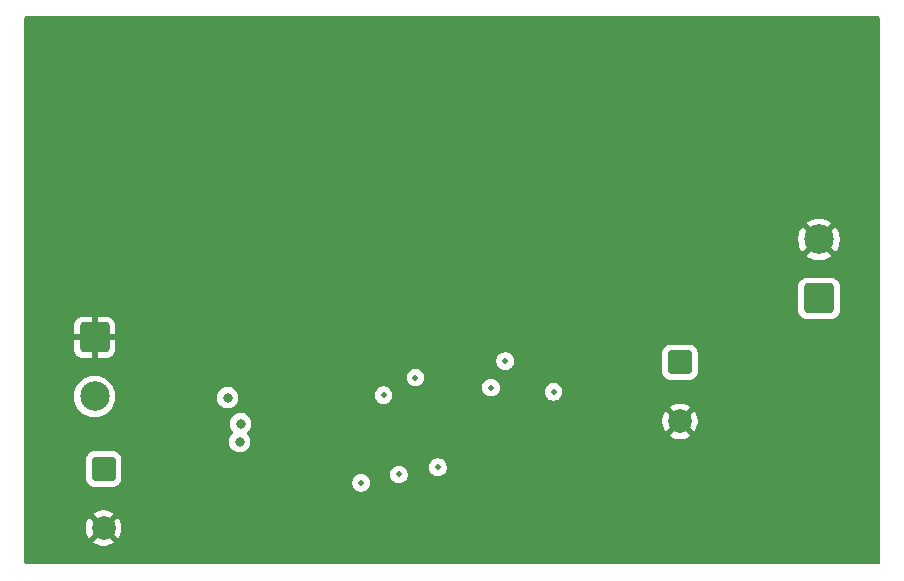
<source format=gbr>
%TF.GenerationSoftware,KiCad,Pcbnew,9.0.6*%
%TF.CreationDate,2026-02-08T21:35:37+01:00*%
%TF.ProjectId,Boost converter,426f6f73-7420-4636-9f6e-766572746572,B*%
%TF.SameCoordinates,Original*%
%TF.FileFunction,Copper,L2,Inr*%
%TF.FilePolarity,Positive*%
%FSLAX46Y46*%
G04 Gerber Fmt 4.6, Leading zero omitted, Abs format (unit mm)*
G04 Created by KiCad (PCBNEW 9.0.6) date 2026-02-08 21:35:37*
%MOMM*%
%LPD*%
G01*
G04 APERTURE LIST*
G04 Aperture macros list*
%AMRoundRect*
0 Rectangle with rounded corners*
0 $1 Rounding radius*
0 $2 $3 $4 $5 $6 $7 $8 $9 X,Y pos of 4 corners*
0 Add a 4 corners polygon primitive as box body*
4,1,4,$2,$3,$4,$5,$6,$7,$8,$9,$2,$3,0*
0 Add four circle primitives for the rounded corners*
1,1,$1+$1,$2,$3*
1,1,$1+$1,$4,$5*
1,1,$1+$1,$6,$7*
1,1,$1+$1,$8,$9*
0 Add four rect primitives between the rounded corners*
20,1,$1+$1,$2,$3,$4,$5,0*
20,1,$1+$1,$4,$5,$6,$7,0*
20,1,$1+$1,$6,$7,$8,$9,0*
20,1,$1+$1,$8,$9,$2,$3,0*%
G04 Aperture macros list end*
%TA.AperFunction,ComponentPad*%
%ADD10RoundRect,0.250000X1.000000X-1.000000X1.000000X1.000000X-1.000000X1.000000X-1.000000X-1.000000X0*%
%TD*%
%TA.AperFunction,ComponentPad*%
%ADD11C,2.500000*%
%TD*%
%TA.AperFunction,ComponentPad*%
%ADD12RoundRect,0.250000X-0.750000X0.750000X-0.750000X-0.750000X0.750000X-0.750000X0.750000X0.750000X0*%
%TD*%
%TA.AperFunction,ComponentPad*%
%ADD13C,2.000000*%
%TD*%
%TA.AperFunction,ComponentPad*%
%ADD14RoundRect,0.250000X-1.000000X1.000000X-1.000000X-1.000000X1.000000X-1.000000X1.000000X1.000000X0*%
%TD*%
%TA.AperFunction,ViaPad*%
%ADD15C,0.800000*%
%TD*%
%TA.AperFunction,ViaPad*%
%ADD16C,0.500000*%
%TD*%
G04 APERTURE END LIST*
D10*
%TO.N,+36V*%
%TO.C,J2*%
X207567500Y-134200000D03*
D11*
%TO.N,GND*%
X207567500Y-129200000D03*
%TD*%
D12*
%TO.N,+36V*%
%TO.C,C10*%
X195800000Y-139600000D03*
D13*
%TO.N,GND*%
X195800000Y-144600000D03*
%TD*%
D12*
%TO.N,+18V*%
%TO.C,C12*%
X147000000Y-148632323D03*
D13*
%TO.N,GND*%
X147000000Y-153632323D03*
%TD*%
D14*
%TO.N,GND*%
%TO.C,J1*%
X146232500Y-137500000D03*
D11*
%TO.N,+18V*%
X146232500Y-142500000D03*
%TD*%
D15*
%TO.N,GND*%
X200000000Y-127000000D03*
X187500000Y-147500000D03*
X152500000Y-120000000D03*
X187500000Y-154500000D03*
X183000000Y-130000000D03*
X210000000Y-117500000D03*
X183000000Y-114000000D03*
X183000000Y-117000000D03*
X195500000Y-128000000D03*
X167500000Y-152500000D03*
X190000000Y-150000000D03*
X192500000Y-125000000D03*
X200000000Y-154500000D03*
X149000000Y-154500000D03*
X183000000Y-116000000D03*
X145000000Y-122500000D03*
X155500000Y-149000000D03*
X147500000Y-117500000D03*
X210000000Y-122500000D03*
X145000000Y-112500000D03*
X197800000Y-146400000D03*
X144500000Y-135000000D03*
X164500000Y-139000000D03*
X177500000Y-154500000D03*
X211000000Y-129500000D03*
X145000000Y-130000000D03*
X192500000Y-147500000D03*
X145000000Y-125000000D03*
X182500000Y-154500000D03*
X193800000Y-143600000D03*
X211000000Y-127500000D03*
X175000000Y-154500000D03*
X158500000Y-131500000D03*
X195000000Y-115000000D03*
X197500000Y-128000000D03*
X200500000Y-129000000D03*
X205000000Y-112500000D03*
X177500000Y-131500000D03*
X207500000Y-120000000D03*
X152500000Y-122500000D03*
X210000000Y-112500000D03*
X154500000Y-135500000D03*
X200000000Y-125000000D03*
X201500000Y-128000000D03*
X195500000Y-129000000D03*
X146500000Y-134000000D03*
X159500000Y-134500000D03*
X192500000Y-120000000D03*
X165000000Y-154500000D03*
X195000000Y-117500000D03*
X171000000Y-139000000D03*
X185000000Y-115000000D03*
X153500000Y-131000000D03*
X209500000Y-152500000D03*
X154500000Y-149000000D03*
X199500000Y-129000000D03*
X200000000Y-115000000D03*
X187500000Y-125000000D03*
X168000000Y-131500000D03*
X148500000Y-138000000D03*
X185000000Y-127000000D03*
X187500000Y-120000000D03*
X174750000Y-151750000D03*
X166500000Y-131500000D03*
X147500000Y-132500000D03*
X152500000Y-148000000D03*
X197800000Y-145400000D03*
X183000000Y-127000000D03*
X183000000Y-131000000D03*
X198800000Y-146400000D03*
X159500000Y-137500000D03*
X202500000Y-128000000D03*
X192800000Y-144600000D03*
X143500000Y-138500000D03*
X153500000Y-117000000D03*
X198800000Y-145400000D03*
X185000000Y-154500000D03*
X145500000Y-134000000D03*
X190000000Y-120000000D03*
X205000000Y-131000000D03*
X192500000Y-128000000D03*
X152500000Y-117500000D03*
X205000000Y-115000000D03*
X152500000Y-125000000D03*
X142500000Y-132500000D03*
X205000000Y-152500000D03*
X170000000Y-154500000D03*
X205000000Y-154500000D03*
X152500000Y-149000000D03*
X153500000Y-116000000D03*
X149000000Y-152500000D03*
X195000000Y-152500000D03*
X197500000Y-152500000D03*
X147500000Y-130000000D03*
X192500000Y-152500000D03*
X147500000Y-125000000D03*
X192800000Y-143600000D03*
X183000000Y-123000000D03*
X166500000Y-132500000D03*
X154500000Y-136500000D03*
X205000000Y-120000000D03*
X183000000Y-124000000D03*
X152500000Y-112500000D03*
X144500000Y-153500000D03*
X210000000Y-120000000D03*
X147500000Y-122500000D03*
X179000000Y-151000000D03*
X185000000Y-150000000D03*
X202500000Y-125000000D03*
X202500000Y-117500000D03*
X197500000Y-122500000D03*
X153500000Y-113000000D03*
X195000000Y-127000000D03*
X185000000Y-147500000D03*
X153500000Y-119000000D03*
X183000000Y-129000000D03*
X209500000Y-154500000D03*
X170000000Y-139000000D03*
X193800000Y-145600000D03*
X145500000Y-135000000D03*
X192500000Y-154500000D03*
X183000000Y-119000000D03*
X153500000Y-122000000D03*
X152500000Y-135500000D03*
X148500000Y-137000000D03*
X167800000Y-144200000D03*
X153500000Y-118000000D03*
X147500000Y-115000000D03*
X192500000Y-150000000D03*
X149000000Y-155500000D03*
X166500000Y-133500000D03*
X177500000Y-147250000D03*
X197500000Y-154500000D03*
X149500000Y-138000000D03*
X185000000Y-117500000D03*
X142500000Y-112500000D03*
X197500000Y-129000000D03*
X160000000Y-150500000D03*
X190000000Y-127000000D03*
X190000000Y-147500000D03*
X162500000Y-152500000D03*
X195000000Y-125000000D03*
X153500000Y-149000000D03*
X212000000Y-154500000D03*
X145000000Y-120000000D03*
X155000000Y-154500000D03*
X152500000Y-136500000D03*
X152500000Y-130000000D03*
X143500000Y-137500000D03*
X159500000Y-131500000D03*
X145000000Y-132500000D03*
X153500000Y-130000000D03*
X202500000Y-120000000D03*
X205000000Y-122500000D03*
X145000000Y-115000000D03*
X197500000Y-115000000D03*
X205000000Y-117500000D03*
X150000000Y-112500000D03*
X143500000Y-152500000D03*
X198500000Y-128000000D03*
X153500000Y-135500000D03*
X202500000Y-154500000D03*
X170000000Y-132500000D03*
X195000000Y-122500000D03*
X183000000Y-118000000D03*
X181000000Y-151000000D03*
X193800000Y-144600000D03*
X142500000Y-125000000D03*
X181500000Y-131500000D03*
X197500000Y-127000000D03*
X149500000Y-136000000D03*
X180500000Y-131500000D03*
X147500000Y-112500000D03*
X187500000Y-117500000D03*
X153500000Y-111000000D03*
X170000000Y-135500000D03*
X200000000Y-112500000D03*
X204000000Y-129000000D03*
X183000000Y-121000000D03*
X183000000Y-120000000D03*
X198500000Y-129000000D03*
X210000000Y-115000000D03*
X202500000Y-115000000D03*
X195000000Y-154500000D03*
X183000000Y-113000000D03*
X155000000Y-150500000D03*
X153500000Y-136500000D03*
X166500000Y-137500000D03*
X163500000Y-139000000D03*
X190000000Y-115000000D03*
X155500000Y-131500000D03*
X165800000Y-144200000D03*
X152500000Y-115000000D03*
X190000000Y-152500000D03*
X150000000Y-120000000D03*
X150000000Y-154500000D03*
X195000000Y-120000000D03*
X201500000Y-129000000D03*
X185000000Y-120000000D03*
X193500000Y-128000000D03*
X150000000Y-152500000D03*
X205000000Y-129000000D03*
X178000000Y-151000000D03*
X207500000Y-115000000D03*
X142500000Y-138500000D03*
X165000000Y-152500000D03*
X162500000Y-150500000D03*
X153500000Y-126000000D03*
X202500000Y-122500000D03*
X183000000Y-112000000D03*
X197500000Y-125000000D03*
X143500000Y-136500000D03*
X150000000Y-117500000D03*
X144500000Y-152500000D03*
X202500000Y-112500000D03*
X150000000Y-153500000D03*
X144500000Y-154500000D03*
X195000000Y-112500000D03*
X145000000Y-127500000D03*
X190000000Y-154500000D03*
X151500000Y-136500000D03*
X157500000Y-131500000D03*
X170000000Y-131500000D03*
X179000000Y-150000000D03*
X159500000Y-132500000D03*
X207500000Y-154500000D03*
X169000000Y-131500000D03*
X200500000Y-128000000D03*
X153500000Y-114000000D03*
X167800000Y-145200000D03*
X147500000Y-127500000D03*
X195000000Y-150000000D03*
X153500000Y-112000000D03*
X170000000Y-136500000D03*
X197500000Y-120000000D03*
X160000000Y-152500000D03*
X153500000Y-124000000D03*
X192500000Y-127000000D03*
X180000000Y-150000000D03*
X202500000Y-129000000D03*
X183000000Y-115000000D03*
X205000000Y-128000000D03*
X159500000Y-135500000D03*
X150000000Y-115000000D03*
X191500000Y-129000000D03*
X166800000Y-146200000D03*
X154500000Y-148000000D03*
X200000000Y-120000000D03*
X172500000Y-154500000D03*
X166800000Y-144700000D03*
X143500000Y-155500000D03*
X156500000Y-131500000D03*
X170000000Y-137500000D03*
X185000000Y-122500000D03*
X155500000Y-148000000D03*
X166500000Y-139000000D03*
X199500000Y-128000000D03*
X187500000Y-150000000D03*
X150000000Y-132500000D03*
X159500000Y-133500000D03*
X198800000Y-144400000D03*
X192500000Y-122500000D03*
X187500000Y-122500000D03*
X192500000Y-129000000D03*
X196500000Y-128000000D03*
X192800000Y-145600000D03*
X152500000Y-154500000D03*
X190000000Y-122500000D03*
X157500000Y-150500000D03*
X157500000Y-154500000D03*
X191500000Y-128000000D03*
X144500000Y-155500000D03*
X207500000Y-122500000D03*
X144500000Y-134000000D03*
X167500000Y-154500000D03*
X192500000Y-115000000D03*
X165500000Y-139000000D03*
X153500000Y-123000000D03*
X142500000Y-137500000D03*
X207500000Y-152500000D03*
X187500000Y-127000000D03*
X153500000Y-128000000D03*
X151500000Y-135500000D03*
X211000000Y-128500000D03*
X142500000Y-136500000D03*
X183000000Y-122000000D03*
X211000000Y-130500000D03*
X166500000Y-134500000D03*
X187500000Y-115000000D03*
X192500000Y-112500000D03*
X147500000Y-135000000D03*
X153500000Y-148000000D03*
X153500000Y-115000000D03*
X187500000Y-152500000D03*
X194500000Y-128000000D03*
X172000000Y-139000000D03*
X150000000Y-130000000D03*
X149000000Y-153500000D03*
X183000000Y-111000000D03*
X183000000Y-128000000D03*
X142500000Y-130000000D03*
X146500000Y-135000000D03*
X150000000Y-127500000D03*
X152500000Y-150500000D03*
X198800000Y-143400000D03*
X154100000Y-144075000D03*
X157500000Y-152500000D03*
X192500000Y-117500000D03*
X204000000Y-130000000D03*
X173000000Y-139000000D03*
X142500000Y-117500000D03*
X160000000Y-154500000D03*
X200000000Y-117500000D03*
X192800000Y-146600000D03*
X204000000Y-131000000D03*
X145000000Y-117500000D03*
X190000000Y-112500000D03*
X143500000Y-153500000D03*
X180000000Y-151000000D03*
X210000000Y-128500000D03*
X205000000Y-130000000D03*
X170000000Y-134500000D03*
X197500000Y-150000000D03*
X150000000Y-122500000D03*
X142500000Y-122500000D03*
X150000000Y-125000000D03*
X142500000Y-127500000D03*
X153500000Y-121000000D03*
X193800000Y-146600000D03*
X152500000Y-127500000D03*
X180000000Y-154500000D03*
X190000000Y-125000000D03*
X153500000Y-127000000D03*
X185000000Y-152500000D03*
X185000000Y-125000000D03*
X210000000Y-127500000D03*
X204000000Y-128000000D03*
X207500000Y-117500000D03*
X165800000Y-145200000D03*
X166500000Y-136500000D03*
X142500000Y-115000000D03*
X143500000Y-139500000D03*
X166800000Y-143200000D03*
X147500000Y-120000000D03*
X155000000Y-152500000D03*
X200000000Y-152500000D03*
X153500000Y-120000000D03*
X202500000Y-152500000D03*
X196500000Y-129000000D03*
X162500000Y-154500000D03*
X153500000Y-125000000D03*
X148500000Y-136000000D03*
X154500000Y-131500000D03*
X153500000Y-129000000D03*
X193500000Y-129000000D03*
X152500000Y-132500000D03*
X149500000Y-137000000D03*
X142500000Y-139500000D03*
X190000000Y-117500000D03*
X178000000Y-150000000D03*
X194500000Y-129000000D03*
X187500000Y-112500000D03*
X150000000Y-155500000D03*
X166500000Y-135500000D03*
X185000000Y-112500000D03*
X142500000Y-120000000D03*
X210000000Y-130500000D03*
X152500000Y-152500000D03*
X183000000Y-126000000D03*
X159500000Y-136500000D03*
X143500000Y-154500000D03*
X207500000Y-112500000D03*
X207500000Y-125000000D03*
X170000000Y-133500000D03*
X147500000Y-134000000D03*
X197500000Y-112500000D03*
X212000000Y-152500000D03*
X197800000Y-143400000D03*
X200000000Y-122500000D03*
X200000000Y-150000000D03*
X197500000Y-117500000D03*
X205000000Y-125000000D03*
X179500000Y-131500000D03*
X183000000Y-125000000D03*
X178500000Y-131500000D03*
X197800000Y-144400000D03*
X181000000Y-150000000D03*
X210000000Y-129500000D03*
D16*
%TO.N,/HO*%
X170700000Y-142400002D03*
X181000000Y-139500000D03*
D15*
%TO.N,+18V*%
X157500000Y-142600000D03*
%TO.N,/VIN*%
X158515431Y-146325000D03*
X158600000Y-144800000D03*
D16*
%TO.N,/BST*%
X179800000Y-141750002D03*
X173400000Y-140900000D03*
%TO.N,FB*%
X185100000Y-142100000D03*
X168800000Y-149800000D03*
X175300000Y-148500000D03*
X172000000Y-149100000D03*
%TD*%
%TA.AperFunction,Conductor*%
%TO.N,GND*%
G36*
X212642539Y-110320185D02*
G01*
X212688294Y-110372989D01*
X212699500Y-110424500D01*
X212699500Y-156575500D01*
X212679815Y-156642539D01*
X212627011Y-156688294D01*
X212575500Y-156699500D01*
X140424500Y-156699500D01*
X140357461Y-156679815D01*
X140311706Y-156627011D01*
X140300500Y-156575500D01*
X140300500Y-153514270D01*
X145500000Y-153514270D01*
X145500000Y-153750375D01*
X145536934Y-153983570D01*
X145609897Y-154208125D01*
X145717087Y-154418497D01*
X145777338Y-154501427D01*
X145777340Y-154501428D01*
X146517037Y-153761731D01*
X146534075Y-153825316D01*
X146599901Y-153939330D01*
X146692993Y-154032422D01*
X146807007Y-154098248D01*
X146870590Y-154115285D01*
X146130893Y-154854981D01*
X146213828Y-154915237D01*
X146424197Y-155022425D01*
X146648752Y-155095388D01*
X146648751Y-155095388D01*
X146881948Y-155132323D01*
X147118052Y-155132323D01*
X147351247Y-155095388D01*
X147575802Y-155022425D01*
X147786163Y-154915241D01*
X147786169Y-154915237D01*
X147869104Y-154854981D01*
X147869105Y-154854981D01*
X147129408Y-154115285D01*
X147192993Y-154098248D01*
X147307007Y-154032422D01*
X147400099Y-153939330D01*
X147465925Y-153825316D01*
X147482962Y-153761732D01*
X148222658Y-154501428D01*
X148222658Y-154501427D01*
X148282914Y-154418492D01*
X148282918Y-154418486D01*
X148390102Y-154208125D01*
X148463065Y-153983570D01*
X148500000Y-153750375D01*
X148500000Y-153514270D01*
X148463065Y-153281075D01*
X148390102Y-153056520D01*
X148282914Y-152846151D01*
X148222658Y-152763217D01*
X148222658Y-152763216D01*
X147482962Y-153502913D01*
X147465925Y-153439330D01*
X147400099Y-153325316D01*
X147307007Y-153232224D01*
X147192993Y-153166398D01*
X147129409Y-153149360D01*
X147869105Y-152409663D01*
X147869104Y-152409661D01*
X147786174Y-152349410D01*
X147575802Y-152242220D01*
X147351247Y-152169257D01*
X147351248Y-152169257D01*
X147118052Y-152132323D01*
X146881948Y-152132323D01*
X146648752Y-152169257D01*
X146424197Y-152242220D01*
X146213830Y-152349407D01*
X146130894Y-152409663D01*
X146870591Y-153149360D01*
X146807007Y-153166398D01*
X146692993Y-153232224D01*
X146599901Y-153325316D01*
X146534075Y-153439330D01*
X146517037Y-153502914D01*
X145777340Y-152763217D01*
X145717084Y-152846153D01*
X145609897Y-153056520D01*
X145536934Y-153281075D01*
X145500000Y-153514270D01*
X140300500Y-153514270D01*
X140300500Y-147832306D01*
X145499500Y-147832306D01*
X145499500Y-149432324D01*
X145499501Y-149432341D01*
X145510000Y-149535119D01*
X145510001Y-149535122D01*
X145565185Y-149701654D01*
X145565187Y-149701659D01*
X145580251Y-149726082D01*
X145657288Y-149850979D01*
X145781344Y-149975035D01*
X145930666Y-150067137D01*
X146097203Y-150122322D01*
X146199991Y-150132823D01*
X147800008Y-150132822D01*
X147902797Y-150122322D01*
X148069334Y-150067137D01*
X148218656Y-149975035D01*
X148319771Y-149873920D01*
X168049499Y-149873920D01*
X168078340Y-150018907D01*
X168078343Y-150018917D01*
X168134912Y-150155488D01*
X168134919Y-150155501D01*
X168217048Y-150278415D01*
X168217051Y-150278419D01*
X168321580Y-150382948D01*
X168321584Y-150382951D01*
X168444498Y-150465080D01*
X168444511Y-150465087D01*
X168581082Y-150521656D01*
X168581087Y-150521658D01*
X168581091Y-150521658D01*
X168581092Y-150521659D01*
X168726079Y-150550500D01*
X168726082Y-150550500D01*
X168873920Y-150550500D01*
X168971462Y-150531096D01*
X169018913Y-150521658D01*
X169155495Y-150465084D01*
X169278416Y-150382951D01*
X169382951Y-150278416D01*
X169465084Y-150155495D01*
X169521658Y-150018913D01*
X169550500Y-149873918D01*
X169550500Y-149726082D01*
X169550500Y-149726079D01*
X169521659Y-149581092D01*
X169521658Y-149581091D01*
X169521658Y-149581087D01*
X169502618Y-149535120D01*
X169465087Y-149444511D01*
X169465080Y-149444498D01*
X169382951Y-149321584D01*
X169382948Y-149321580D01*
X169278419Y-149217051D01*
X169278415Y-149217048D01*
X169213870Y-149173920D01*
X171249499Y-149173920D01*
X171278340Y-149318907D01*
X171278343Y-149318917D01*
X171334912Y-149455488D01*
X171334919Y-149455501D01*
X171417048Y-149578415D01*
X171417051Y-149578419D01*
X171521580Y-149682948D01*
X171521584Y-149682951D01*
X171644498Y-149765080D01*
X171644511Y-149765087D01*
X171781082Y-149821656D01*
X171781087Y-149821658D01*
X171781091Y-149821658D01*
X171781092Y-149821659D01*
X171926079Y-149850500D01*
X171926082Y-149850500D01*
X172073920Y-149850500D01*
X172171462Y-149831096D01*
X172218913Y-149821658D01*
X172355495Y-149765084D01*
X172478416Y-149682951D01*
X172582951Y-149578416D01*
X172665084Y-149455495D01*
X172721658Y-149318913D01*
X172735267Y-149250500D01*
X172750500Y-149173920D01*
X172750500Y-149026079D01*
X172721659Y-148881092D01*
X172721658Y-148881091D01*
X172721658Y-148881087D01*
X172711060Y-148855501D01*
X172665087Y-148744511D01*
X172665080Y-148744498D01*
X172582951Y-148621584D01*
X172582948Y-148621580D01*
X172535288Y-148573920D01*
X174549499Y-148573920D01*
X174578340Y-148718907D01*
X174578343Y-148718917D01*
X174634912Y-148855488D01*
X174634919Y-148855501D01*
X174717048Y-148978415D01*
X174717051Y-148978419D01*
X174821580Y-149082948D01*
X174821584Y-149082951D01*
X174944498Y-149165080D01*
X174944511Y-149165087D01*
X175081082Y-149221656D01*
X175081087Y-149221658D01*
X175081091Y-149221658D01*
X175081092Y-149221659D01*
X175226079Y-149250500D01*
X175226082Y-149250500D01*
X175373920Y-149250500D01*
X175471462Y-149231096D01*
X175518913Y-149221658D01*
X175655495Y-149165084D01*
X175778416Y-149082951D01*
X175882951Y-148978416D01*
X175965084Y-148855495D01*
X176021658Y-148718913D01*
X176031096Y-148671462D01*
X176050500Y-148573920D01*
X176050500Y-148426079D01*
X176021659Y-148281092D01*
X176021658Y-148281091D01*
X176021658Y-148281087D01*
X176021656Y-148281082D01*
X175965087Y-148144511D01*
X175965080Y-148144498D01*
X175882951Y-148021584D01*
X175882948Y-148021580D01*
X175778419Y-147917051D01*
X175778415Y-147917048D01*
X175655501Y-147834919D01*
X175655488Y-147834912D01*
X175518917Y-147778343D01*
X175518907Y-147778340D01*
X175373920Y-147749500D01*
X175373918Y-147749500D01*
X175226082Y-147749500D01*
X175226080Y-147749500D01*
X175081092Y-147778340D01*
X175081082Y-147778343D01*
X174944511Y-147834912D01*
X174944498Y-147834919D01*
X174821584Y-147917048D01*
X174821580Y-147917051D01*
X174717051Y-148021580D01*
X174717048Y-148021584D01*
X174634919Y-148144498D01*
X174634912Y-148144511D01*
X174578343Y-148281082D01*
X174578340Y-148281092D01*
X174549500Y-148426079D01*
X174549500Y-148426082D01*
X174549500Y-148573918D01*
X174549500Y-148573920D01*
X174549499Y-148573920D01*
X172535288Y-148573920D01*
X172478418Y-148517050D01*
X172355501Y-148434919D01*
X172355488Y-148434912D01*
X172218917Y-148378343D01*
X172218907Y-148378340D01*
X172073920Y-148349500D01*
X172073918Y-148349500D01*
X171926082Y-148349500D01*
X171926080Y-148349500D01*
X171781092Y-148378340D01*
X171781082Y-148378343D01*
X171644511Y-148434912D01*
X171644498Y-148434919D01*
X171521584Y-148517048D01*
X171521580Y-148517051D01*
X171417051Y-148621580D01*
X171417048Y-148621584D01*
X171334919Y-148744498D01*
X171334912Y-148744511D01*
X171278343Y-148881082D01*
X171278340Y-148881092D01*
X171249500Y-149026079D01*
X171249500Y-149026082D01*
X171249500Y-149173918D01*
X171249500Y-149173920D01*
X171249499Y-149173920D01*
X169213870Y-149173920D01*
X169155501Y-149134919D01*
X169155494Y-149134915D01*
X169154616Y-149134552D01*
X169154614Y-149134550D01*
X169018917Y-149078343D01*
X169018907Y-149078340D01*
X168873920Y-149049500D01*
X168873918Y-149049500D01*
X168726082Y-149049500D01*
X168726080Y-149049500D01*
X168581092Y-149078340D01*
X168581082Y-149078343D01*
X168444511Y-149134912D01*
X168444498Y-149134919D01*
X168321584Y-149217048D01*
X168321580Y-149217051D01*
X168217051Y-149321580D01*
X168217048Y-149321584D01*
X168134919Y-149444498D01*
X168134912Y-149444511D01*
X168078343Y-149581082D01*
X168078340Y-149581092D01*
X168049500Y-149726079D01*
X168049500Y-149726082D01*
X168049500Y-149873918D01*
X168049500Y-149873920D01*
X168049499Y-149873920D01*
X148319771Y-149873920D01*
X148342712Y-149850979D01*
X148434814Y-149701657D01*
X148489999Y-149535120D01*
X148500500Y-149432332D01*
X148500499Y-147832315D01*
X148489999Y-147729526D01*
X148434814Y-147562989D01*
X148342712Y-147413667D01*
X148218656Y-147289611D01*
X148069334Y-147197509D01*
X147902797Y-147142324D01*
X147902795Y-147142323D01*
X147800010Y-147131823D01*
X146199998Y-147131823D01*
X146199981Y-147131824D01*
X146097203Y-147142323D01*
X146097200Y-147142324D01*
X145930668Y-147197508D01*
X145930663Y-147197510D01*
X145781342Y-147289612D01*
X145657289Y-147413665D01*
X145565187Y-147562986D01*
X145565186Y-147562989D01*
X145510001Y-147729526D01*
X145510001Y-147729527D01*
X145510000Y-147729527D01*
X145499500Y-147832306D01*
X140300500Y-147832306D01*
X140300500Y-146236304D01*
X157614931Y-146236304D01*
X157614931Y-146413695D01*
X157649534Y-146587658D01*
X157649537Y-146587667D01*
X157717414Y-146751540D01*
X157717421Y-146751553D01*
X157815966Y-146899034D01*
X157815969Y-146899038D01*
X157941392Y-147024461D01*
X157941396Y-147024464D01*
X158088877Y-147123009D01*
X158088890Y-147123016D01*
X158135505Y-147142324D01*
X158252765Y-147190894D01*
X158252767Y-147190894D01*
X158252772Y-147190896D01*
X158426735Y-147225499D01*
X158426738Y-147225500D01*
X158426740Y-147225500D01*
X158604124Y-147225500D01*
X158604125Y-147225499D01*
X158662113Y-147213964D01*
X158778089Y-147190896D01*
X158778092Y-147190894D01*
X158778097Y-147190894D01*
X158941978Y-147123013D01*
X159089466Y-147024464D01*
X159214895Y-146899035D01*
X159313444Y-146751547D01*
X159381325Y-146587666D01*
X159415931Y-146413691D01*
X159415931Y-146236309D01*
X159415931Y-146236306D01*
X159415930Y-146236304D01*
X159381327Y-146062341D01*
X159381324Y-146062332D01*
X159313447Y-145898459D01*
X159313440Y-145898446D01*
X159280225Y-145848737D01*
X159280222Y-145848734D01*
X159214895Y-145750965D01*
X159149772Y-145685842D01*
X159145498Y-145680505D01*
X159134717Y-145654253D01*
X159121120Y-145629351D01*
X159121620Y-145622358D01*
X159118957Y-145615873D01*
X159124079Y-145587967D01*
X159126104Y-145559659D01*
X159130306Y-145554045D01*
X159131572Y-145547151D01*
X159150971Y-145526441D01*
X159167976Y-145503726D01*
X159173391Y-145499894D01*
X159174035Y-145499464D01*
X159299464Y-145374035D01*
X159398013Y-145226547D01*
X159465894Y-145062666D01*
X159478340Y-145000099D01*
X159500499Y-144888695D01*
X159500500Y-144888693D01*
X159500500Y-144711306D01*
X159500499Y-144711304D01*
X159465896Y-144537341D01*
X159465894Y-144537336D01*
X159465894Y-144537334D01*
X159442952Y-144481947D01*
X194300000Y-144481947D01*
X194300000Y-144718052D01*
X194336934Y-144951247D01*
X194409897Y-145175802D01*
X194517087Y-145386174D01*
X194577338Y-145469104D01*
X194577340Y-145469105D01*
X195317037Y-144729408D01*
X195334075Y-144792993D01*
X195399901Y-144907007D01*
X195492993Y-145000099D01*
X195607007Y-145065925D01*
X195670590Y-145082962D01*
X194930893Y-145822658D01*
X195013828Y-145882914D01*
X195224197Y-145990102D01*
X195448752Y-146063065D01*
X195448751Y-146063065D01*
X195681948Y-146100000D01*
X195918052Y-146100000D01*
X196151247Y-146063065D01*
X196375802Y-145990102D01*
X196586163Y-145882918D01*
X196586169Y-145882914D01*
X196669104Y-145822658D01*
X196669105Y-145822658D01*
X195929408Y-145082962D01*
X195992993Y-145065925D01*
X196107007Y-145000099D01*
X196200099Y-144907007D01*
X196265925Y-144792993D01*
X196282962Y-144729408D01*
X197022658Y-145469105D01*
X197022658Y-145469104D01*
X197082914Y-145386169D01*
X197082918Y-145386163D01*
X197190102Y-145175802D01*
X197263065Y-144951247D01*
X197300000Y-144718052D01*
X197300000Y-144481947D01*
X197263065Y-144248752D01*
X197190102Y-144024197D01*
X197082914Y-143813828D01*
X197022658Y-143730894D01*
X197022658Y-143730893D01*
X196282962Y-144470590D01*
X196265925Y-144407007D01*
X196200099Y-144292993D01*
X196107007Y-144199901D01*
X195992993Y-144134075D01*
X195929409Y-144117037D01*
X196669105Y-143377340D01*
X196669104Y-143377338D01*
X196586174Y-143317087D01*
X196375802Y-143209897D01*
X196151247Y-143136934D01*
X196151248Y-143136934D01*
X195918052Y-143100000D01*
X195681948Y-143100000D01*
X195448752Y-143136934D01*
X195224197Y-143209897D01*
X195013830Y-143317084D01*
X194930894Y-143377340D01*
X195670591Y-144117037D01*
X195607007Y-144134075D01*
X195492993Y-144199901D01*
X195399901Y-144292993D01*
X195334075Y-144407007D01*
X195317037Y-144470590D01*
X194577340Y-143730894D01*
X194517084Y-143813830D01*
X194409897Y-144024197D01*
X194336934Y-144248752D01*
X194300000Y-144481947D01*
X159442952Y-144481947D01*
X159431442Y-144454160D01*
X159398016Y-144373458D01*
X159398009Y-144373446D01*
X159299464Y-144225965D01*
X159299461Y-144225961D01*
X159174038Y-144100538D01*
X159174034Y-144100535D01*
X159026553Y-144001990D01*
X159026540Y-144001983D01*
X158862667Y-143934106D01*
X158862658Y-143934103D01*
X158688694Y-143899500D01*
X158688691Y-143899500D01*
X158511309Y-143899500D01*
X158511306Y-143899500D01*
X158337341Y-143934103D01*
X158337332Y-143934106D01*
X158173459Y-144001983D01*
X158173446Y-144001990D01*
X158025965Y-144100535D01*
X158025961Y-144100538D01*
X157900538Y-144225961D01*
X157900535Y-144225965D01*
X157801990Y-144373446D01*
X157801983Y-144373459D01*
X157734106Y-144537332D01*
X157734103Y-144537341D01*
X157699500Y-144711304D01*
X157699500Y-144888695D01*
X157734103Y-145062658D01*
X157734106Y-145062667D01*
X157801983Y-145226540D01*
X157801990Y-145226553D01*
X157900535Y-145374034D01*
X157900538Y-145374038D01*
X157960825Y-145434325D01*
X157994310Y-145495648D01*
X157989326Y-145565340D01*
X157947454Y-145621273D01*
X157942056Y-145625094D01*
X157941402Y-145625530D01*
X157941389Y-145625542D01*
X157815969Y-145750961D01*
X157815966Y-145750965D01*
X157717421Y-145898446D01*
X157717414Y-145898459D01*
X157649537Y-146062332D01*
X157649534Y-146062341D01*
X157614931Y-146236304D01*
X140300500Y-146236304D01*
X140300500Y-142385258D01*
X144482000Y-142385258D01*
X144482000Y-142614741D01*
X144491737Y-142688695D01*
X144511952Y-142842238D01*
X144571342Y-143063887D01*
X144659150Y-143275876D01*
X144659157Y-143275890D01*
X144773892Y-143474617D01*
X144913581Y-143656661D01*
X144913589Y-143656670D01*
X145075830Y-143818911D01*
X145075838Y-143818918D01*
X145257882Y-143958607D01*
X145257885Y-143958608D01*
X145257888Y-143958611D01*
X145456612Y-144073344D01*
X145456617Y-144073346D01*
X145456623Y-144073349D01*
X145522259Y-144100536D01*
X145668613Y-144161158D01*
X145890262Y-144220548D01*
X146117766Y-144250500D01*
X146117773Y-144250500D01*
X146347227Y-144250500D01*
X146347234Y-144250500D01*
X146574738Y-144220548D01*
X146796387Y-144161158D01*
X147008388Y-144073344D01*
X147207112Y-143958611D01*
X147389161Y-143818919D01*
X147389165Y-143818914D01*
X147389170Y-143818911D01*
X147551411Y-143656670D01*
X147551414Y-143656665D01*
X147551419Y-143656661D01*
X147691111Y-143474612D01*
X147805844Y-143275888D01*
X147893658Y-143063887D01*
X147953048Y-142842238D01*
X147983000Y-142614734D01*
X147983000Y-142511304D01*
X156599500Y-142511304D01*
X156599500Y-142688695D01*
X156634103Y-142862658D01*
X156634106Y-142862667D01*
X156701983Y-143026540D01*
X156701990Y-143026553D01*
X156800535Y-143174034D01*
X156800538Y-143174038D01*
X156925961Y-143299461D01*
X156925965Y-143299464D01*
X157073446Y-143398009D01*
X157073459Y-143398016D01*
X157196363Y-143448923D01*
X157237334Y-143465894D01*
X157237336Y-143465894D01*
X157237341Y-143465896D01*
X157411304Y-143500499D01*
X157411307Y-143500500D01*
X157411309Y-143500500D01*
X157588693Y-143500500D01*
X157588694Y-143500499D01*
X157646682Y-143488964D01*
X157762658Y-143465896D01*
X157762661Y-143465894D01*
X157762666Y-143465894D01*
X157926547Y-143398013D01*
X158047661Y-143317087D01*
X158051917Y-143314242D01*
X158074035Y-143299464D01*
X158199464Y-143174035D01*
X158298013Y-143026547D01*
X158365894Y-142862666D01*
X158369958Y-142842238D01*
X158400499Y-142688695D01*
X158400500Y-142688693D01*
X158400500Y-142511306D01*
X158400499Y-142511304D01*
X158393063Y-142473922D01*
X169949499Y-142473922D01*
X169978340Y-142618909D01*
X169978343Y-142618919D01*
X170034912Y-142755490D01*
X170034919Y-142755503D01*
X170117048Y-142878417D01*
X170117051Y-142878421D01*
X170221580Y-142982950D01*
X170221584Y-142982953D01*
X170344498Y-143065082D01*
X170344511Y-143065089D01*
X170481082Y-143121658D01*
X170481087Y-143121660D01*
X170481091Y-143121660D01*
X170481092Y-143121661D01*
X170626079Y-143150502D01*
X170626082Y-143150502D01*
X170773920Y-143150502D01*
X170871462Y-143131098D01*
X170918913Y-143121660D01*
X171055495Y-143065086D01*
X171178416Y-142982953D01*
X171282951Y-142878418D01*
X171365084Y-142755497D01*
X171421658Y-142618915D01*
X171443063Y-142511309D01*
X171450500Y-142473922D01*
X171450500Y-142326081D01*
X171421659Y-142181094D01*
X171421658Y-142181093D01*
X171421658Y-142181089D01*
X171411996Y-142157762D01*
X171365087Y-142044513D01*
X171365080Y-142044500D01*
X171282951Y-141921586D01*
X171282948Y-141921582D01*
X171185288Y-141823922D01*
X179049499Y-141823922D01*
X179078340Y-141968909D01*
X179078343Y-141968919D01*
X179134912Y-142105490D01*
X179134919Y-142105503D01*
X179217048Y-142228417D01*
X179217051Y-142228421D01*
X179321580Y-142332950D01*
X179321584Y-142332953D01*
X179444498Y-142415082D01*
X179444511Y-142415089D01*
X179581082Y-142471658D01*
X179581087Y-142471660D01*
X179581091Y-142471660D01*
X179581092Y-142471661D01*
X179726079Y-142500502D01*
X179726082Y-142500502D01*
X179873920Y-142500502D01*
X180007551Y-142473920D01*
X180018913Y-142471660D01*
X180155495Y-142415086D01*
X180278416Y-142332953D01*
X180382951Y-142228418D01*
X180419365Y-142173920D01*
X184349499Y-142173920D01*
X184378340Y-142318907D01*
X184378343Y-142318917D01*
X184434912Y-142455488D01*
X184434919Y-142455501D01*
X184517048Y-142578415D01*
X184517051Y-142578419D01*
X184621580Y-142682948D01*
X184621584Y-142682951D01*
X184744498Y-142765080D01*
X184744511Y-142765087D01*
X184881082Y-142821656D01*
X184881087Y-142821658D01*
X184881091Y-142821658D01*
X184881092Y-142821659D01*
X185026079Y-142850500D01*
X185026082Y-142850500D01*
X185173920Y-142850500D01*
X185271462Y-142831096D01*
X185318913Y-142821658D01*
X185455495Y-142765084D01*
X185578416Y-142682951D01*
X185682951Y-142578416D01*
X185765084Y-142455495D01*
X185821658Y-142318913D01*
X185831096Y-142271462D01*
X185850500Y-142173920D01*
X185850500Y-142026079D01*
X185821659Y-141881092D01*
X185821658Y-141881091D01*
X185821658Y-141881087D01*
X185797979Y-141823920D01*
X185765087Y-141744511D01*
X185765080Y-141744498D01*
X185682951Y-141621584D01*
X185682948Y-141621580D01*
X185578419Y-141517051D01*
X185578415Y-141517048D01*
X185455501Y-141434919D01*
X185455488Y-141434912D01*
X185318917Y-141378343D01*
X185318907Y-141378340D01*
X185173920Y-141349500D01*
X185173918Y-141349500D01*
X185026082Y-141349500D01*
X185026080Y-141349500D01*
X184881092Y-141378340D01*
X184881082Y-141378343D01*
X184744511Y-141434912D01*
X184744498Y-141434919D01*
X184621584Y-141517048D01*
X184621580Y-141517051D01*
X184517051Y-141621580D01*
X184517048Y-141621584D01*
X184434919Y-141744498D01*
X184434912Y-141744511D01*
X184378343Y-141881082D01*
X184378340Y-141881092D01*
X184349500Y-142026079D01*
X184349500Y-142026082D01*
X184349500Y-142173918D01*
X184349500Y-142173920D01*
X184349499Y-142173920D01*
X180419365Y-142173920D01*
X180465084Y-142105497D01*
X180521658Y-141968915D01*
X180539129Y-141881087D01*
X180550500Y-141823922D01*
X180550500Y-141676081D01*
X180521659Y-141531094D01*
X180521658Y-141531093D01*
X180521658Y-141531089D01*
X180515843Y-141517051D01*
X180465087Y-141394513D01*
X180465080Y-141394500D01*
X180382951Y-141271586D01*
X180382948Y-141271582D01*
X180278419Y-141167053D01*
X180278415Y-141167050D01*
X180155501Y-141084921D01*
X180155488Y-141084914D01*
X180018917Y-141028345D01*
X180018907Y-141028342D01*
X179873920Y-140999502D01*
X179873918Y-140999502D01*
X179726082Y-140999502D01*
X179726080Y-140999502D01*
X179581092Y-141028342D01*
X179581082Y-141028345D01*
X179444511Y-141084914D01*
X179444498Y-141084921D01*
X179321584Y-141167050D01*
X179321580Y-141167053D01*
X179217051Y-141271582D01*
X179217048Y-141271586D01*
X179134919Y-141394500D01*
X179134912Y-141394513D01*
X179078343Y-141531084D01*
X179078340Y-141531094D01*
X179049500Y-141676081D01*
X179049500Y-141676084D01*
X179049500Y-141823920D01*
X179049500Y-141823922D01*
X179049499Y-141823922D01*
X171185288Y-141823922D01*
X171178419Y-141817053D01*
X171178415Y-141817050D01*
X171055501Y-141734921D01*
X171055488Y-141734914D01*
X170918917Y-141678345D01*
X170918907Y-141678342D01*
X170773920Y-141649502D01*
X170773918Y-141649502D01*
X170626082Y-141649502D01*
X170626080Y-141649502D01*
X170481092Y-141678342D01*
X170481082Y-141678345D01*
X170344511Y-141734914D01*
X170344498Y-141734921D01*
X170221584Y-141817050D01*
X170221580Y-141817053D01*
X170117051Y-141921582D01*
X170117048Y-141921586D01*
X170034919Y-142044500D01*
X170034912Y-142044513D01*
X169978343Y-142181084D01*
X169978340Y-142181094D01*
X169949500Y-142326081D01*
X169949500Y-142326084D01*
X169949500Y-142473920D01*
X169949500Y-142473922D01*
X169949499Y-142473922D01*
X158393063Y-142473922D01*
X158367257Y-142344183D01*
X158365895Y-142337338D01*
X158365893Y-142337332D01*
X158358265Y-142318917D01*
X158348923Y-142296363D01*
X158298016Y-142173459D01*
X158298009Y-142173446D01*
X158199464Y-142025965D01*
X158199461Y-142025961D01*
X158074038Y-141900538D01*
X158074034Y-141900535D01*
X157926553Y-141801990D01*
X157926540Y-141801983D01*
X157762667Y-141734106D01*
X157762658Y-141734103D01*
X157588694Y-141699500D01*
X157588691Y-141699500D01*
X157411309Y-141699500D01*
X157411306Y-141699500D01*
X157237341Y-141734103D01*
X157237332Y-141734106D01*
X157073459Y-141801983D01*
X157073446Y-141801990D01*
X156925965Y-141900535D01*
X156925961Y-141900538D01*
X156800538Y-142025961D01*
X156800535Y-142025965D01*
X156701990Y-142173446D01*
X156701983Y-142173459D01*
X156634106Y-142337332D01*
X156634103Y-142337341D01*
X156599500Y-142511304D01*
X147983000Y-142511304D01*
X147983000Y-142385266D01*
X147953048Y-142157762D01*
X147893658Y-141936113D01*
X147814291Y-141744505D01*
X147805849Y-141724123D01*
X147805846Y-141724117D01*
X147805844Y-141724112D01*
X147691111Y-141525388D01*
X147691108Y-141525385D01*
X147691107Y-141525382D01*
X147578276Y-141378340D01*
X147551419Y-141343339D01*
X147551418Y-141343338D01*
X147551411Y-141343330D01*
X147389170Y-141181089D01*
X147389161Y-141181081D01*
X147207117Y-141041392D01*
X147090252Y-140973920D01*
X172649499Y-140973920D01*
X172678340Y-141118907D01*
X172678343Y-141118917D01*
X172734912Y-141255488D01*
X172734919Y-141255501D01*
X172817048Y-141378415D01*
X172817051Y-141378419D01*
X172921580Y-141482948D01*
X172921584Y-141482951D01*
X173044498Y-141565080D01*
X173044511Y-141565087D01*
X173180899Y-141621580D01*
X173181087Y-141621658D01*
X173181091Y-141621658D01*
X173181092Y-141621659D01*
X173326079Y-141650500D01*
X173326082Y-141650500D01*
X173473920Y-141650500D01*
X173571462Y-141631096D01*
X173618913Y-141621658D01*
X173755495Y-141565084D01*
X173878416Y-141482951D01*
X173982951Y-141378416D01*
X174065084Y-141255495D01*
X174121658Y-141118913D01*
X174150500Y-140973918D01*
X174150500Y-140826082D01*
X174150500Y-140826079D01*
X174121659Y-140681092D01*
X174121658Y-140681091D01*
X174121658Y-140681087D01*
X174116789Y-140669331D01*
X174065087Y-140544511D01*
X174065080Y-140544498D01*
X173982951Y-140421584D01*
X173982948Y-140421580D01*
X173878419Y-140317051D01*
X173878415Y-140317048D01*
X173755501Y-140234919D01*
X173755488Y-140234912D01*
X173618917Y-140178343D01*
X173618907Y-140178340D01*
X173473920Y-140149500D01*
X173473918Y-140149500D01*
X173326082Y-140149500D01*
X173326080Y-140149500D01*
X173181092Y-140178340D01*
X173181082Y-140178343D01*
X173044511Y-140234912D01*
X173044498Y-140234919D01*
X172921584Y-140317048D01*
X172921580Y-140317051D01*
X172817051Y-140421580D01*
X172817048Y-140421584D01*
X172734919Y-140544498D01*
X172734912Y-140544511D01*
X172678343Y-140681082D01*
X172678340Y-140681092D01*
X172649500Y-140826079D01*
X172649500Y-140826082D01*
X172649500Y-140973918D01*
X172649500Y-140973920D01*
X172649499Y-140973920D01*
X147090252Y-140973920D01*
X147009639Y-140927378D01*
X147008388Y-140926656D01*
X147008386Y-140926655D01*
X147008376Y-140926650D01*
X146796387Y-140838842D01*
X146748754Y-140826079D01*
X146574738Y-140779452D01*
X146536715Y-140774446D01*
X146347241Y-140749500D01*
X146347234Y-140749500D01*
X146117766Y-140749500D01*
X146117758Y-140749500D01*
X145901215Y-140778009D01*
X145890262Y-140779452D01*
X145796576Y-140804554D01*
X145668612Y-140838842D01*
X145456623Y-140926650D01*
X145456609Y-140926657D01*
X145257882Y-141041392D01*
X145075838Y-141181081D01*
X144913581Y-141343338D01*
X144773892Y-141525382D01*
X144659157Y-141724109D01*
X144659150Y-141724123D01*
X144571342Y-141936112D01*
X144511953Y-142157759D01*
X144511951Y-142157770D01*
X144482000Y-142385258D01*
X140300500Y-142385258D01*
X140300500Y-139573920D01*
X180249499Y-139573920D01*
X180278340Y-139718907D01*
X180278343Y-139718917D01*
X180334912Y-139855488D01*
X180334919Y-139855501D01*
X180417048Y-139978415D01*
X180417051Y-139978419D01*
X180521580Y-140082948D01*
X180521584Y-140082951D01*
X180644498Y-140165080D01*
X180644511Y-140165087D01*
X180781082Y-140221656D01*
X180781087Y-140221658D01*
X180781091Y-140221658D01*
X180781092Y-140221659D01*
X180926079Y-140250500D01*
X180926082Y-140250500D01*
X181073920Y-140250500D01*
X181171462Y-140231096D01*
X181218913Y-140221658D01*
X181355495Y-140165084D01*
X181478416Y-140082951D01*
X181582951Y-139978416D01*
X181665084Y-139855495D01*
X181721658Y-139718913D01*
X181750500Y-139573918D01*
X181750500Y-139426082D01*
X181750500Y-139426079D01*
X181721659Y-139281092D01*
X181721658Y-139281091D01*
X181721658Y-139281087D01*
X181681591Y-139184356D01*
X181665087Y-139144511D01*
X181665080Y-139144498D01*
X181582951Y-139021584D01*
X181582948Y-139021580D01*
X181478416Y-138917048D01*
X181452805Y-138899936D01*
X181355501Y-138834919D01*
X181355488Y-138834912D01*
X181271161Y-138799983D01*
X194299500Y-138799983D01*
X194299500Y-140400001D01*
X194299501Y-140400018D01*
X194310000Y-140502796D01*
X194310001Y-140502799D01*
X194365185Y-140669331D01*
X194365186Y-140669334D01*
X194457288Y-140818656D01*
X194581344Y-140942712D01*
X194730666Y-141034814D01*
X194897203Y-141089999D01*
X194999991Y-141100500D01*
X196600008Y-141100499D01*
X196702797Y-141089999D01*
X196869334Y-141034814D01*
X197018656Y-140942712D01*
X197142712Y-140818656D01*
X197234814Y-140669334D01*
X197289999Y-140502797D01*
X197300500Y-140400009D01*
X197300499Y-138799992D01*
X197298287Y-138778342D01*
X197289999Y-138697203D01*
X197289998Y-138697200D01*
X197275249Y-138652690D01*
X197234814Y-138530666D01*
X197142712Y-138381344D01*
X197018656Y-138257288D01*
X196869334Y-138165186D01*
X196702797Y-138110001D01*
X196702795Y-138110000D01*
X196600010Y-138099500D01*
X194999998Y-138099500D01*
X194999981Y-138099501D01*
X194897203Y-138110000D01*
X194897200Y-138110001D01*
X194730668Y-138165185D01*
X194730663Y-138165187D01*
X194581342Y-138257289D01*
X194457289Y-138381342D01*
X194365187Y-138530663D01*
X194365186Y-138530666D01*
X194310001Y-138697203D01*
X194310001Y-138697204D01*
X194310000Y-138697204D01*
X194299500Y-138799983D01*
X181271161Y-138799983D01*
X181218917Y-138778343D01*
X181218907Y-138778340D01*
X181073920Y-138749500D01*
X181073918Y-138749500D01*
X180926082Y-138749500D01*
X180926080Y-138749500D01*
X180781092Y-138778340D01*
X180781082Y-138778343D01*
X180644511Y-138834912D01*
X180644498Y-138834919D01*
X180521584Y-138917048D01*
X180521580Y-138917051D01*
X180417051Y-139021580D01*
X180417048Y-139021584D01*
X180334919Y-139144498D01*
X180334912Y-139144511D01*
X180278343Y-139281082D01*
X180278340Y-139281092D01*
X180249500Y-139426079D01*
X180249500Y-139426082D01*
X180249500Y-139573918D01*
X180249500Y-139573920D01*
X180249499Y-139573920D01*
X140300500Y-139573920D01*
X140300500Y-136450013D01*
X144482500Y-136450013D01*
X144482500Y-137250000D01*
X145632499Y-137250000D01*
X145607479Y-137310402D01*
X145582500Y-137435981D01*
X145582500Y-137564019D01*
X145607479Y-137689598D01*
X145632499Y-137750000D01*
X144482501Y-137750000D01*
X144482501Y-138549986D01*
X144492994Y-138652697D01*
X144548141Y-138819119D01*
X144548143Y-138819124D01*
X144640184Y-138968345D01*
X144764154Y-139092315D01*
X144913375Y-139184356D01*
X144913380Y-139184358D01*
X145079802Y-139239505D01*
X145079809Y-139239506D01*
X145182519Y-139249999D01*
X145982499Y-139249999D01*
X145982500Y-139249998D01*
X145982500Y-138100001D01*
X146042902Y-138125021D01*
X146168481Y-138150000D01*
X146296519Y-138150000D01*
X146422098Y-138125021D01*
X146482500Y-138100001D01*
X146482500Y-139249999D01*
X147282472Y-139249999D01*
X147282486Y-139249998D01*
X147385197Y-139239505D01*
X147551619Y-139184358D01*
X147551624Y-139184356D01*
X147700845Y-139092315D01*
X147824815Y-138968345D01*
X147916856Y-138819124D01*
X147916858Y-138819119D01*
X147972005Y-138652697D01*
X147972006Y-138652690D01*
X147982499Y-138549986D01*
X147982500Y-138549973D01*
X147982500Y-137750000D01*
X146832501Y-137750000D01*
X146857521Y-137689598D01*
X146882500Y-137564019D01*
X146882500Y-137435981D01*
X146857521Y-137310402D01*
X146832501Y-137250000D01*
X147982499Y-137250000D01*
X147982499Y-136450028D01*
X147982498Y-136450013D01*
X147972005Y-136347302D01*
X147916858Y-136180880D01*
X147916856Y-136180875D01*
X147824815Y-136031654D01*
X147700845Y-135907684D01*
X147551624Y-135815643D01*
X147551619Y-135815641D01*
X147385197Y-135760494D01*
X147385190Y-135760493D01*
X147282486Y-135750000D01*
X146482500Y-135750000D01*
X146482500Y-136899998D01*
X146422098Y-136874979D01*
X146296519Y-136850000D01*
X146168481Y-136850000D01*
X146042902Y-136874979D01*
X145982500Y-136899998D01*
X145982500Y-135750000D01*
X145182528Y-135750000D01*
X145182512Y-135750001D01*
X145079802Y-135760494D01*
X144913380Y-135815641D01*
X144913375Y-135815643D01*
X144764154Y-135907684D01*
X144640184Y-136031654D01*
X144548143Y-136180875D01*
X144548141Y-136180880D01*
X144492994Y-136347302D01*
X144492993Y-136347309D01*
X144482500Y-136450013D01*
X140300500Y-136450013D01*
X140300500Y-133149983D01*
X205817000Y-133149983D01*
X205817000Y-135250001D01*
X205817001Y-135250018D01*
X205827500Y-135352796D01*
X205827501Y-135352799D01*
X205882685Y-135519331D01*
X205882686Y-135519334D01*
X205974788Y-135668656D01*
X206098844Y-135792712D01*
X206248166Y-135884814D01*
X206414703Y-135939999D01*
X206517491Y-135950500D01*
X208617508Y-135950499D01*
X208720297Y-135939999D01*
X208886834Y-135884814D01*
X209036156Y-135792712D01*
X209160212Y-135668656D01*
X209252314Y-135519334D01*
X209307499Y-135352797D01*
X209318000Y-135250009D01*
X209317999Y-133149992D01*
X209307499Y-133047203D01*
X209252314Y-132880666D01*
X209160212Y-132731344D01*
X209036156Y-132607288D01*
X208886834Y-132515186D01*
X208720297Y-132460001D01*
X208720295Y-132460000D01*
X208617510Y-132449500D01*
X206517498Y-132449500D01*
X206517481Y-132449501D01*
X206414703Y-132460000D01*
X206414700Y-132460001D01*
X206248168Y-132515185D01*
X206248163Y-132515187D01*
X206098842Y-132607289D01*
X205974789Y-132731342D01*
X205882687Y-132880663D01*
X205882686Y-132880666D01*
X205827501Y-133047203D01*
X205827501Y-133047204D01*
X205827500Y-133047204D01*
X205817000Y-133149983D01*
X140300500Y-133149983D01*
X140300500Y-129085305D01*
X205817500Y-129085305D01*
X205817500Y-129314694D01*
X205817501Y-129314710D01*
X205847442Y-129542137D01*
X205906818Y-129763730D01*
X205994602Y-129975659D01*
X205994606Y-129975669D01*
X206109299Y-130174324D01*
X206109305Y-130174331D01*
X206165881Y-130248064D01*
X206966458Y-129447487D01*
X206991478Y-129507890D01*
X207062612Y-129614351D01*
X207153149Y-129704888D01*
X207259610Y-129776022D01*
X207320011Y-129801041D01*
X206519434Y-130601617D01*
X206519434Y-130601618D01*
X206593166Y-130658194D01*
X206791830Y-130772893D01*
X206791840Y-130772897D01*
X207003769Y-130860681D01*
X207225362Y-130920057D01*
X207452789Y-130949998D01*
X207452806Y-130950000D01*
X207682194Y-130950000D01*
X207682210Y-130949998D01*
X207909637Y-130920057D01*
X208131230Y-130860681D01*
X208343159Y-130772897D01*
X208343168Y-130772893D01*
X208541827Y-130658197D01*
X208541834Y-130658192D01*
X208615564Y-130601617D01*
X207814988Y-129801041D01*
X207875390Y-129776022D01*
X207981851Y-129704888D01*
X208072388Y-129614351D01*
X208143522Y-129507890D01*
X208168541Y-129447488D01*
X208969117Y-130248064D01*
X209025692Y-130174334D01*
X209025697Y-130174327D01*
X209140393Y-129975668D01*
X209140397Y-129975659D01*
X209228181Y-129763730D01*
X209287557Y-129542137D01*
X209317498Y-129314710D01*
X209317500Y-129314694D01*
X209317500Y-129085305D01*
X209317498Y-129085289D01*
X209287557Y-128857862D01*
X209228181Y-128636269D01*
X209140397Y-128424340D01*
X209140393Y-128424330D01*
X209025694Y-128225666D01*
X208969118Y-128151934D01*
X208969117Y-128151934D01*
X208168541Y-128952510D01*
X208143522Y-128892110D01*
X208072388Y-128785649D01*
X207981851Y-128695112D01*
X207875390Y-128623978D01*
X207814987Y-128598957D01*
X208615564Y-127798381D01*
X208615564Y-127798380D01*
X208541831Y-127741805D01*
X208541824Y-127741799D01*
X208343169Y-127627106D01*
X208343159Y-127627102D01*
X208131230Y-127539318D01*
X207909637Y-127479942D01*
X207682210Y-127450001D01*
X207682194Y-127450000D01*
X207452806Y-127450000D01*
X207452789Y-127450001D01*
X207225362Y-127479942D01*
X207003769Y-127539318D01*
X206791840Y-127627102D01*
X206791830Y-127627106D01*
X206593173Y-127741801D01*
X206593159Y-127741810D01*
X206519434Y-127798380D01*
X207320011Y-128598958D01*
X207259610Y-128623978D01*
X207153149Y-128695112D01*
X207062612Y-128785649D01*
X206991478Y-128892110D01*
X206966458Y-128952511D01*
X206165880Y-128151934D01*
X206109310Y-128225659D01*
X206109301Y-128225673D01*
X205994606Y-128424330D01*
X205994602Y-128424340D01*
X205906818Y-128636269D01*
X205847442Y-128857862D01*
X205817501Y-129085289D01*
X205817500Y-129085305D01*
X140300500Y-129085305D01*
X140300500Y-110424500D01*
X140320185Y-110357461D01*
X140372989Y-110311706D01*
X140424500Y-110300500D01*
X212575500Y-110300500D01*
X212642539Y-110320185D01*
G37*
%TD.AperFunction*%
%TD*%
M02*

</source>
